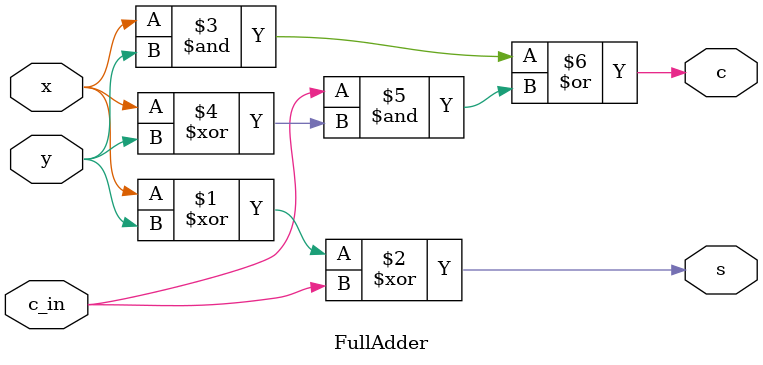
<source format=v>
module FullAdder(x,y,c_in,s,c);
input x,y,c_in;
output s,c;
assign s = (x^y)^c_in;
assign c = (x & y) | (c_in & (x ^ y));
endmodule

</source>
